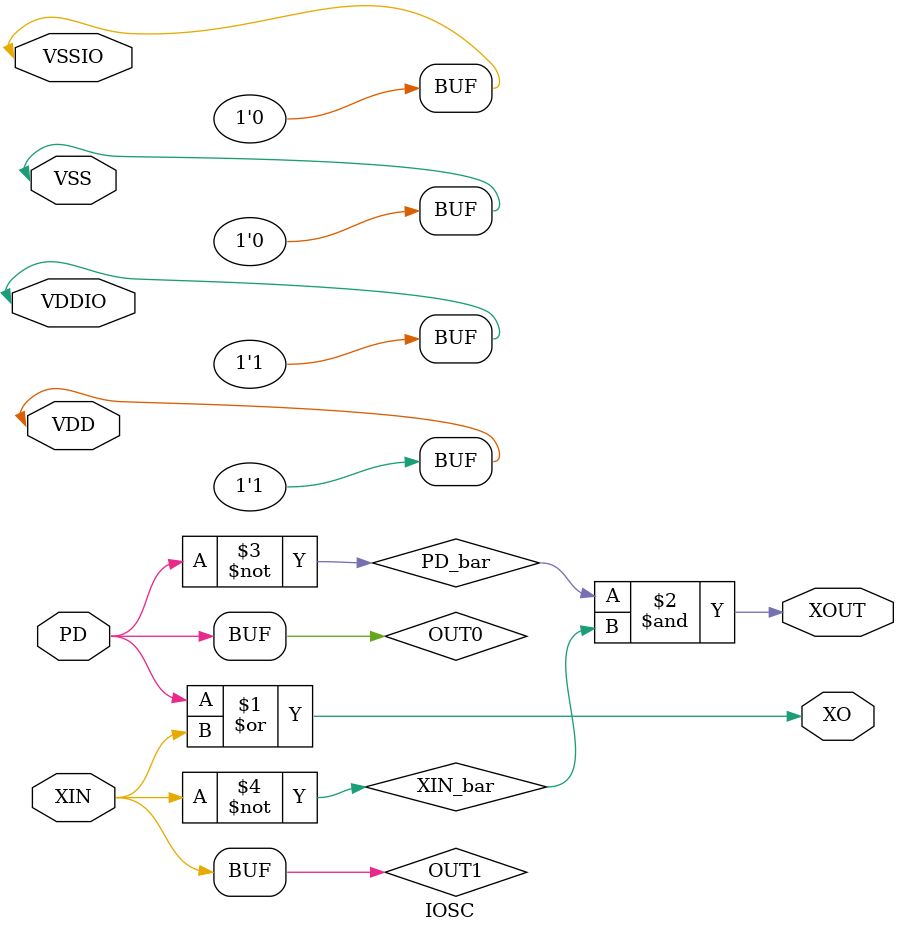
<source format=v>


`ifdef functional
				// none
`else
	`define SMC_NFORCE 1 	// Flag to force output to x if notifer changes
`endif

`celldefine

module IOSC (PD, XIN, XO, XOUT, VDD, VDDIO, VSS, VSSIO);
  input PD, XIN;
  output XO, XOUT;
  inout VDD, VDDIO, VSS, VSSIO;
  supply1 VDD, VDDIO;
  supply0 VSS, VSSIO;

    buf SMC_I0(OUT0, PD);
    buf SMC_I1(OUT1, XIN);
    or SMC_I2(XO, OUT0, OUT1);
    not SMC_I3(PD_bar, PD);
    not SMC_I4(XIN_bar, XIN);
    and SMC_I5(XOUT, PD_bar, XIN_bar);

  `ifdef functional // functional //

  `else // functional //

  specify

    // arc PD --> XO
    (PD => XO) = (1.0, 1.0);

    // arc PD --> XOUT
    (PD => XOUT) = (1.0, 1.0);

    // arc XIN --> XO
    (XIN => XO) = (1.0, 1.0);

    // arc XIN --> XOUT
    (XIN => XOUT) = (1.0, 1.0);

  endspecify

  `endif // functional //

endmodule

`endcelldefine


</source>
